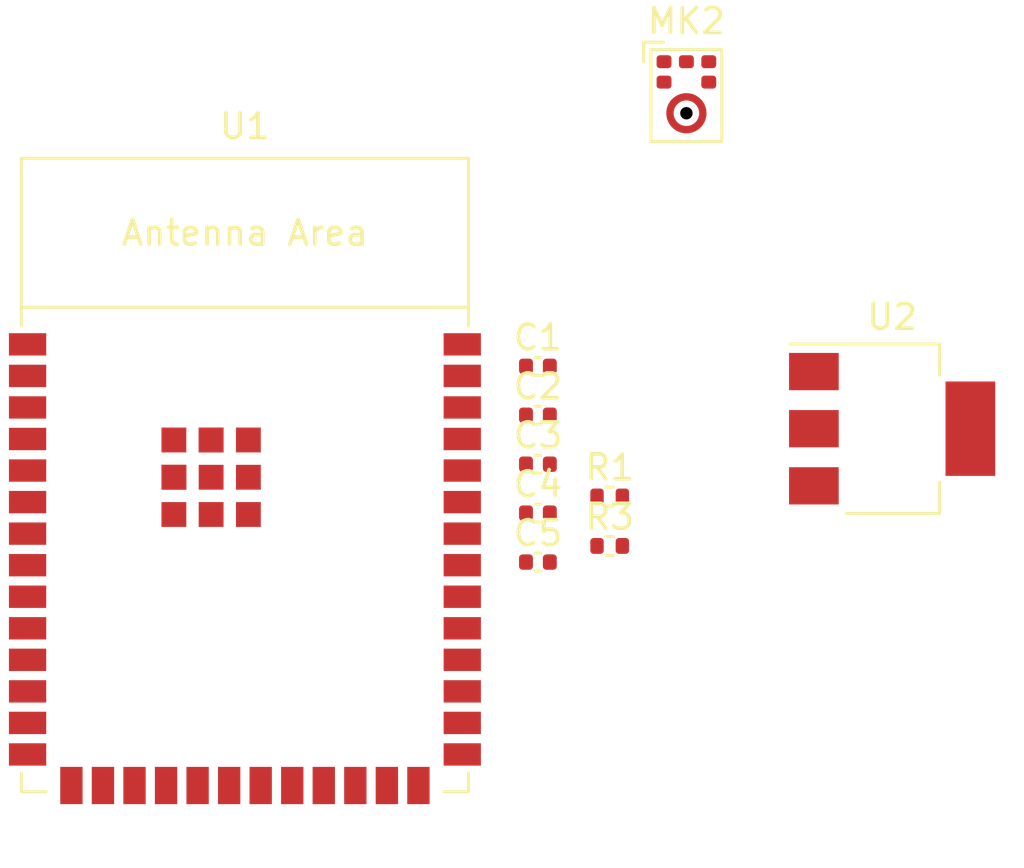
<source format=kicad_pcb>
(kicad_pcb (version 20221018) (generator pcbnew)
  (layers (0 "F.Cu" signal) (31 "B.Cu" signal) (34 "B.Paste" user) (35 "F.Paste" user) (36 "B.SilkS" user "B.Silkscreen") (37 "F.SilkS" user "F.Silkscreen") (38 "B.Mask" user) (39 "F.Mask" user) (44 "Edge.Cuts" user))
  (net 0 "")
  (net 3 "GND")
  (net 5 "+3.3V")
  (net 7 "Net-(U1-EN)")
  (net 17 "USB D-")
  (net 18 "USB D+")
  (net 44 "VBUS")
  (net 45 "CC")
  (footprint "Capacitor_SMD:C_0402_1005Metric" (layer "F.Cu") (at 44.16 39.53)
    (fp_text reference "C3" (at 0 -1.16) (layer "F.SilkS"))
    (fp_text value "1uF")
    (fp_line (start -0.107836 -0.36) (end 0.107836 -0.36) (stroke (width 0.12)) (layer "F.SilkS"))
    (fp_line (start -0.107836 0.36) (end 0.107836 0.36) (stroke (width 0.12)) (layer "F.SilkS"))
    (pad "1" smd roundrect (at -0.48 0) (size 0.56 0.62) (layers "F.Cu" "F.Paste" "F.Mask") (net 7 "Net-(U1-EN)"))
    (pad "2" smd roundrect (at 0.48 0) (size 0.56 0.62) (layers "F.Cu" "F.Paste" "F.Mask") (net 3 "GND"))
  )
  (footprint "Capacitor_SMD:C_0402_1005Metric" (layer "F.Cu") (at 44.16 37.56)
    (fp_text reference "C2" (at 0 -1.16) (layer "F.SilkS"))
    (fp_text value "22nF")
    (fp_line (start -0.107836 -0.36) (end 0.107836 -0.36) (stroke (width 0.12)) (layer "F.SilkS"))
    (fp_line (start -0.107836 0.36) (end 0.107836 0.36) (stroke (width 0.12)) (layer "F.SilkS"))
    (pad "1" smd roundrect (at -0.48 0) (size 0.56 0.62) (layers "F.Cu" "F.Paste" "F.Mask") (net 5 "+3.3V"))
    (pad "2" smd roundrect (at 0.48 0) (size 0.56 0.62) (layers "F.Cu" "F.Paste" "F.Mask") (net 3 "GND"))
  )
  (footprint "Capacitor_SMD:C_0402_1005Metric" (layer "F.Cu") (at 44.16 43.47)
    (fp_text reference "C5" (at 0 -1.16) (layer "F.SilkS"))
    (fp_text value "10nF")
    (fp_line (start -0.107836 -0.36) (end 0.107836 -0.36) (stroke (width 0.12)) (layer "F.SilkS"))
    (fp_line (start -0.107836 0.36) (end 0.107836 0.36) (stroke (width 0.12)) (layer "F.SilkS"))
    (pad "1" smd roundrect (at -0.48 0) (size 0.56 0.62) (layers "F.Cu" "F.Paste" "F.Mask") (net 5 "+3.3V"))
    (pad "2" smd roundrect (at 0.48 0) (size 0.56 0.62) (layers "F.Cu" "F.Paste" "F.Mask") (net 3 "GND"))
  )
  (footprint "PCM_Espressif:ESP32-S3-WROOM-2" (layer "F.Cu") (at 32.365 42.965)
    (fp_text reference "U1" (at 0 -17.05) (layer "F.SilkS"))
    (fp_text value "ESP32-S3-WROOM-2")
    (fp_text user "Antenna Area" (at 0 -12.75) (layer "F.SilkS"))
    (fp_line (start -9 -15.75) (end -9 -9) (stroke (width 0.12)) (layer "F.SilkS"))
    (fp_line (start -9 -15.75) (end 9 -15.75) (stroke (width 0.12)) (layer "F.SilkS"))
    (fp_line (start -9 9) (end -9 9.75) (stroke (width 0.12)) (layer "F.SilkS"))
    (fp_line (start -9 9.75) (end -8 9.75) (stroke (width 0.12)) (layer "F.SilkS"))
    (fp_line (start 9 -15.75) (end 9 -9) (stroke (width 0.12)) (layer "F.SilkS"))
    (fp_line (start 9 -9.75) (end -9 -9.75) (stroke (width 0.12)) (layer "F.SilkS"))
    (fp_line (start 9 9) (end 9 9.75) (stroke (width 0.12)) (layer "F.SilkS"))
    (fp_line (start 9 9.75) (end 8 9.75) (stroke (width 0.12)) (layer "F.SilkS"))
    (pad "1" smd rect (at -8.75 -8.26) (size 1.5 0.9) (layers "F.Cu" "F.Paste" "F.Mask") (net 3 "GND"))
    (pad "2" smd rect (at -8.75 -6.99) (size 1.5 0.9) (layers "F.Cu" "F.Paste" "F.Mask") (net 5 "+3.3V"))
    (pad "3" smd rect (at -8.75 -5.72) (size 1.5 0.9) (layers "F.Cu" "F.Paste" "F.Mask") (net 7 "Net-(U1-EN)"))
    (pad "4" smd rect (at -8.75 -4.45) (size 1.5 0.9) (layers "F.Cu" "F.Paste" "F.Mask"))
    (pad "5" smd rect (at -8.75 -3.18) (size 1.5 0.9) (layers "F.Cu" "F.Paste" "F.Mask"))
    (pad "6" smd rect (at -8.75 -1.91) (size 1.5 0.9) (layers "F.Cu" "F.Paste" "F.Mask"))
    (pad "7" smd rect (at -8.75 -0.64) (size 1.5 0.9) (layers "F.Cu" "F.Paste" "F.Mask"))
    (pad "8" smd rect (at -8.75 0.63) (size 1.5 0.9) (layers "F.Cu" "F.Paste" "F.Mask"))
    (pad "9" smd rect (at -8.75 1.9) (size 1.5 0.9) (layers "F.Cu" "F.Paste" "F.Mask"))
    (pad "10" smd rect (at -8.75 3.17) (size 1.5 0.9) (layers "F.Cu" "F.Paste" "F.Mask"))
    (pad "11" smd rect (at -8.75 4.44) (size 1.5 0.9) (layers "F.Cu" "F.Paste" "F.Mask"))
    (pad "12" smd rect (at -8.75 5.71) (size 1.5 0.9) (layers "F.Cu" "F.Paste" "F.Mask"))
    (pad "13" smd rect (at -8.75 6.98) (size 1.5 0.9) (layers "F.Cu" "F.Paste" "F.Mask") (net 17 "USB D-"))
    (pad "14" smd rect (at -8.75 8.25) (size 1.5 0.9) (layers "F.Cu" "F.Paste" "F.Mask") (net 18 "USB D+"))
    (pad "15" smd rect (at -6.985 9.5 90) (size 1.5 0.9) (layers "F.Cu" "F.Paste" "F.Mask"))
    (pad "16" smd rect (at -5.715 9.5 90) (size 1.5 0.9) (layers "F.Cu" "F.Paste" "F.Mask"))
    (pad "17" smd rect (at -4.445 9.5 90) (size 1.5 0.9) (layers "F.Cu" "F.Paste" "F.Mask"))
    (pad "18" smd rect (at -3.175 9.5 90) (size 1.5 0.9) (layers "F.Cu" "F.Paste" "F.Mask"))
    (pad "19" smd rect (at -1.905 9.5 90) (size 1.5 0.9) (layers "F.Cu" "F.Paste" "F.Mask"))
    (pad "20" smd rect (at -0.635 9.5 90) (size 1.5 0.9) (layers "F.Cu" "F.Paste" "F.Mask"))
    (pad "21" smd rect (at 0.635 9.5 90) (size 1.5 0.9) (layers "F.Cu" "F.Paste" "F.Mask"))
    (pad "22" smd rect (at 1.905 9.5 90) (size 1.5 0.9) (layers "F.Cu" "F.Paste" "F.Mask"))
    (pad "23" smd rect (at 3.175 9.5 90) (size 1.5 0.9) (layers "F.Cu" "F.Paste" "F.Mask"))
    (pad "24" smd rect (at 4.445 9.5 90) (size 1.5 0.9) (layers "F.Cu" "F.Paste" "F.Mask"))
    (pad "25" smd rect (at 5.715 9.5 90) (size 1.5 0.9) (layers "F.Cu" "F.Paste" "F.Mask"))
    (pad "26" smd rect (at 6.985 9.5 90) (size 1.5 0.9) (layers "F.Cu" "F.Paste" "F.Mask"))
    (pad "27" smd rect (at 8.75 8.25 180) (size 1.5 0.9) (layers "F.Cu" "F.Paste" "F.Mask"))
    (pad "28" smd rect (at 8.75 6.98 180) (size 1.5 0.9) (layers "F.Cu" "F.Paste" "F.Mask"))
    (pad "29" smd rect (at 8.75 5.71 180) (size 1.5 0.9) (layers "F.Cu" "F.Paste" "F.Mask"))
    (pad "30" smd rect (at 8.75 4.44 180) (size 1.5 0.9) (layers "F.Cu" "F.Paste" "F.Mask"))
    (pad "31" smd rect (at 8.75 3.17 180) (size 1.5 0.9) (layers "F.Cu" "F.Paste" "F.Mask"))
    (pad "32" smd rect (at 8.75 1.9 180) (size 1.5 0.9) (layers "F.Cu" "F.Paste" "F.Mask"))
    (pad "33" smd rect (at 8.75 0.63 180) (size 1.5 0.9) (layers "F.Cu" "F.Paste" "F.Mask"))
    (pad "34" smd rect (at 8.75 -0.64 180) (size 1.5 0.9) (layers "F.Cu" "F.Paste" "F.Mask"))
    (pad "35" smd rect (at 8.75 -1.91 180) (size 1.5 0.9) (layers "F.Cu" "F.Paste" "F.Mask"))
    (pad "36" smd rect (at 8.75 -3.18 180) (size 1.5 0.9) (layers "F.Cu" "F.Paste" "F.Mask"))
    (pad "37" smd rect (at 8.75 -4.45 180) (size 1.5 0.9) (layers "F.Cu" "F.Paste" "F.Mask"))
    (pad "38" smd rect (at 8.75 -5.72 180) (size 1.5 0.9) (layers "F.Cu" "F.Paste" "F.Mask"))
    (pad "39" smd rect (at 8.75 -6.99 180) (size 1.5 0.9) (layers "F.Cu" "F.Paste" "F.Mask"))
    (pad "40" smd rect (at 8.75 -8.26 180) (size 1.5 0.9) (layers "F.Cu" "F.Paste" "F.Mask") (net 3 "GND"))
    (pad "41" smd rect (at -2.86 -4.41 180) (size 1 1) (layers "F.Cu" "F.Paste" "F.Mask") (net 3 "GND"))
    (pad "41" smd rect (at -2.86 -2.91 180) (size 1 1) (layers "F.Cu" "F.Paste" "F.Mask") (net 3 "GND"))
    (pad "41" smd rect (at -2.86 -2.91 180) (size 1 1) (layers "F.Cu" "F.Paste" "F.Mask") (net 3 "GND"))
    (pad "41" smd rect (at -2.86 -1.41 180) (size 1 1) (layers "F.Cu" "F.Paste" "F.Mask") (net 3 "GND"))
    (pad "41" smd rect (at -1.36 -4.41 180) (size 1 1) (layers "F.Cu" "F.Paste" "F.Mask") (net 3 "GND"))
    (pad "41" smd rect (at -1.36 -4.41 180) (size 1 1) (layers "F.Cu" "F.Paste" "F.Mask") (net 3 "GND"))
    (pad "41" smd rect (at -1.36 -2.91 180) (size 1 1) (layers "F.Cu" "F.Paste" "F.Mask") (net 3 "GND"))
    (pad "41" smd rect (at -1.36 -1.41 180) (size 1 1) (layers "F.Cu" "F.Paste" "F.Mask") (net 3 "GND"))
    (pad "41" smd rect (at 0.14 -4.41 180) (size 1 1) (layers "F.Cu" "F.Paste" "F.Mask") (net 3 "GND"))
    (pad "41" smd rect (at 0.14 -2.91 180) (size 1 1) (layers "F.Cu" "F.Paste" "F.Mask") (net 3 "GND"))
    (pad "41" smd rect (at 0.14 -1.41 180) (size 1 1) (layers "F.Cu" "F.Paste" "F.Mask") (net 3 "GND"))
  )
  (footprint "Package_TO_SOT_SMD:SOT-223-3_TabPin2" (layer "F.Cu") (at 58.42 38.1)
    (fp_text reference "U2" (at 0 -4.5) (layer "F.SilkS"))
    (fp_text value "AMS1117-3.3")
    (fp_line (start -4.1 -3.41) (end 1.91 -3.41) (stroke (width 0.12)) (layer "F.SilkS"))
    (fp_line (start -1.85 3.41) (end 1.91 3.41) (stroke (width 0.12)) (layer "F.SilkS"))
    (fp_line (start 1.91 -3.41) (end 1.91 -2.15) (stroke (width 0.12)) (layer "F.SilkS"))
    (fp_line (start 1.91 3.41) (end 1.91 2.15) (stroke (width 0.12)) (layer "F.SilkS"))
    (pad "1" smd rect (at -3.15 -2.3) (size 2 1.5) (layers "F.Cu" "F.Paste" "F.Mask") (net 3 "GND"))
    (pad "2" smd rect (at -3.15 0) (size 2 1.5) (layers "F.Cu" "F.Paste" "F.Mask") (net 5 "+3.3V"))
    (pad "2" smd rect (at 3.15 0) (size 2 3.8) (layers "F.Cu" "F.Paste" "F.Mask") (net 5 "+3.3V"))
    (pad "3" smd rect (at -3.15 2.3) (size 2 1.5) (layers "F.Cu" "F.Paste" "F.Mask") (net 44 "VBUS"))
  )
  (footprint "Resistor_SMD:R_0402_1005Metric" (layer "F.Cu") (at 47.05 42.82)
    (fp_text reference "R3" (at 0 -1.17) (layer "F.SilkS"))
    (fp_text value "5K1")
    (fp_line (start -0.153641 -0.38) (end 0.153641 -0.38) (stroke (width 0.12)) (layer "F.SilkS"))
    (fp_line (start -0.153641 0.38) (end 0.153641 0.38) (stroke (width 0.12)) (layer "F.SilkS"))
    (pad "1" smd roundrect (at -0.51 0) (size 0.54 0.64) (layers "F.Cu" "F.Paste" "F.Mask") (net 45 "CC"))
    (pad "2" smd roundrect (at 0.51 0) (size 0.54 0.64) (layers "F.Cu" "F.Paste" "F.Mask") (net 3 "GND"))
  )
  (footprint "Capacitor_SMD:C_0402_1005Metric" (layer "F.Cu") (at 44.16 41.5)
    (fp_text reference "C4" (at 0 -1.16) (layer "F.SilkS"))
    (fp_text value "10nF")
    (fp_line (start -0.107836 -0.36) (end 0.107836 -0.36) (stroke (width 0.12)) (layer "F.SilkS"))
    (fp_line (start -0.107836 0.36) (end 0.107836 0.36) (stroke (width 0.12)) (layer "F.SilkS"))
    (pad "1" smd roundrect (at -0.48 0) (size 0.56 0.62) (layers "F.Cu" "F.Paste" "F.Mask") (net 44 "VBUS"))
    (pad "2" smd roundrect (at 0.48 0) (size 0.56 0.62) (layers "F.Cu" "F.Paste" "F.Mask") (net 3 "GND"))
  )
  (footprint "Sensor_Audio:Knowles_SPH0645LM4H-6_3.5x2.65mm" (layer "F.Cu") (at 50.138 24.69)
    (fp_text reference "MK2" (at 0 -3 unlocked) (layer "F.SilkS"))
    (fp_text value "SPH0645LM4H")
    (fp_line (start -1.725 -2.15) (end -1.725 -1.35) (stroke (width 0.12)) (layer "F.SilkS"))
    (fp_line (start -0.925 -2.15) (end -1.725 -2.15) (stroke (width 0.12)) (layer "F.SilkS"))
    (fp_rect (start -1.425 -1.85) (end 1.425 1.85) (stroke (width 0.12)) (fill none) (layer "F.SilkS"))
    (pad "" np_thru_hole circle (at 0 0.71) (size 0.5 0.5) (drill 0.5) (layers "*.Mask"))
    (pad "1" smd roundrect (at -0.9 -1.364) (size 0.6 0.522) (layers "F.Cu" "F.Paste" "F.Mask"))
    (pad "2" smd roundrect (at -0.9 -0.542) (size 0.6 0.522) (layers "F.Cu" "F.Paste" "F.Mask"))
    (pad "3" smd custom (at 0.662 0.71 90) (size 0.3 0.3) (layers "F.Cu" "F.Mask") (net 3 "GND") (options (clearance outline) (anchor circle)) (primitives (gr_circle (center 0 -0.662) (end 0.662 -0.662) (width 0.3) (fill none))))
    (pad "4" smd roundrect (at 0.9 -0.542) (size 0.6 0.522) (layers "F.Cu" "F.Paste" "F.Mask"))
    (pad "5" smd roundrect (at 0.9 -1.364) (size 0.6 0.522) (layers "F.Cu" "F.Paste" "F.Mask") (net 5 "+3.3V"))
    (pad "6" smd roundrect (at 0 -1.364) (size 0.6 0.522) (layers "F.Cu" "F.Paste" "F.Mask"))
  )
  (footprint "Resistor_SMD:R_0402_1005Metric" (layer "F.Cu") (at 47.05 40.83)
    (fp_text reference "R1" (at 0 -1.17) (layer "F.SilkS"))
    (fp_text value "10K")
    (fp_line (start -0.153641 -0.38) (end 0.153641 -0.38) (stroke (width 0.12)) (layer "F.SilkS"))
    (fp_line (start -0.153641 0.38) (end 0.153641 0.38) (stroke (width 0.12)) (layer "F.SilkS"))
    (pad "1" smd roundrect (at -0.51 0) (size 0.54 0.64) (layers "F.Cu" "F.Paste" "F.Mask") (net 5 "+3.3V"))
    (pad "2" smd roundrect (at 0.51 0) (size 0.54 0.64) (layers "F.Cu" "F.Paste" "F.Mask") (net 7 "Net-(U1-EN)"))
  )
  (footprint "Capacitor_SMD:C_0402_1005Metric" (layer "F.Cu") (at 44.16 35.59)
    (fp_text reference "C1" (at 0 -1.16) (layer "F.SilkS"))
    (fp_text value "100nF")
    (fp_line (start -0.107836 -0.36) (end 0.107836 -0.36) (stroke (width 0.12)) (layer "F.SilkS"))
    (fp_line (start -0.107836 0.36) (end 0.107836 0.36) (stroke (width 0.12)) (layer "F.SilkS"))
    (pad "1" smd roundrect (at -0.48 0) (size 0.56 0.62) (layers "F.Cu" "F.Paste" "F.Mask") (net 5 "+3.3V"))
    (pad "2" smd roundrect (at 0.48 0) (size 0.56 0.62) (layers "F.Cu" "F.Paste" "F.Mask") (net 3 "GND"))
  )
)
</source>
